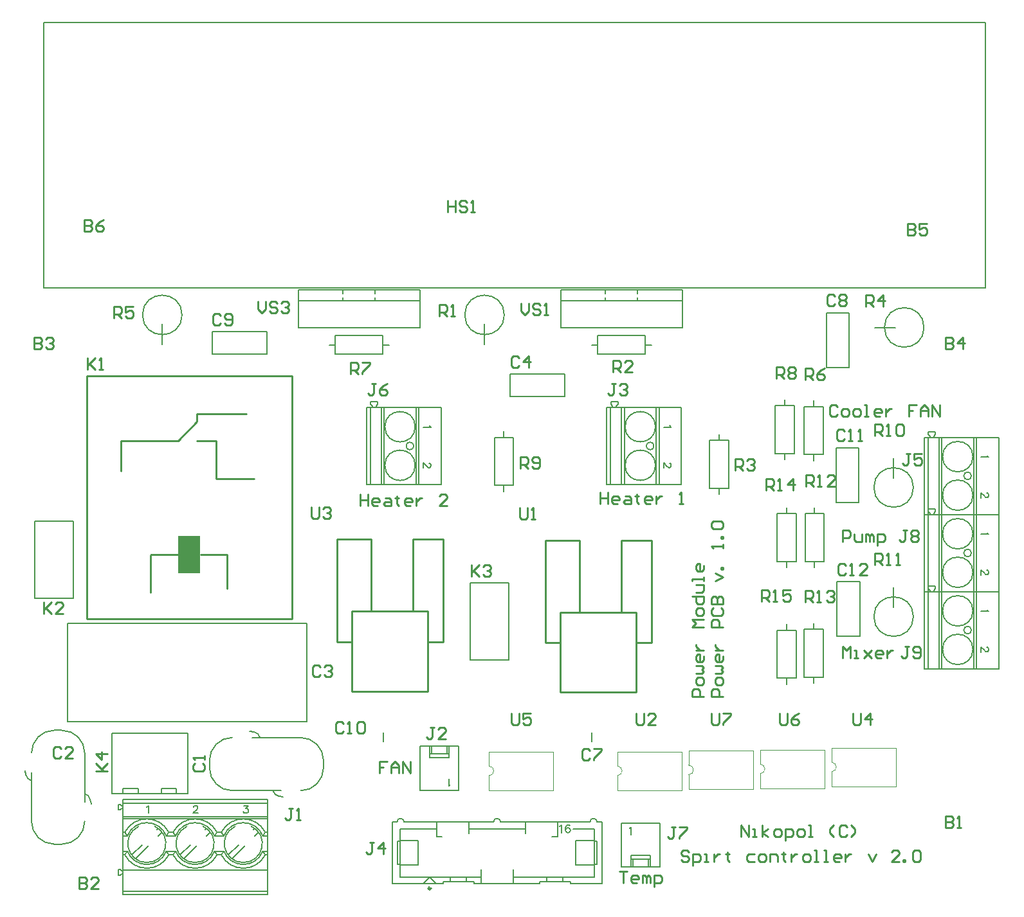
<source format=gto>
%FSLAX24Y24*%
%MOIN*%
G70*
G01*
G75*
G04 Layer_Color=65535*
%ADD10R,0.0413X0.0551*%
%ADD11C,0.0591*%
%ADD12C,0.1969*%
%ADD13C,0.0394*%
%ADD14C,0.0197*%
%ADD15C,0.0118*%
%ADD16C,0.2362*%
%ADD17C,0.1575*%
%ADD18C,0.0787*%
%ADD19C,0.1181*%
%ADD20C,0.0100*%
%ADD21C,0.2559*%
%ADD22C,0.0591*%
%ADD23C,0.1181*%
%ADD24C,0.0748*%
%ADD25C,0.0630*%
%ADD26C,0.1575*%
%ADD27C,0.0669*%
G04:AMPARAMS|DCode=28|XSize=59.1mil|YSize=59.1mil|CornerRadius=0mil|HoleSize=0mil|Usage=FLASHONLY|Rotation=90.000|XOffset=0mil|YOffset=0mil|HoleType=Round|Shape=Octagon|*
%AMOCTAGOND28*
4,1,8,0.0148,0.0295,-0.0148,0.0295,-0.0295,0.0148,-0.0295,-0.0148,-0.0148,-0.0295,0.0148,-0.0295,0.0295,-0.0148,0.0295,0.0148,0.0148,0.0295,0.0*
%
%ADD28OCTAGOND28*%

G04:AMPARAMS|DCode=29|XSize=118.1mil|YSize=118.1mil|CornerRadius=0mil|HoleSize=0mil|Usage=FLASHONLY|Rotation=0.000|XOffset=0mil|YOffset=0mil|HoleType=Round|Shape=Octagon|*
%AMOCTAGOND29*
4,1,8,0.0591,-0.0295,0.0591,0.0295,0.0295,0.0591,-0.0295,0.0591,-0.0591,0.0295,-0.0591,-0.0295,-0.0295,-0.0591,0.0295,-0.0591,0.0591,-0.0295,0.0*
%
%ADD29OCTAGOND29*%

%ADD30C,0.0709*%
%ADD31C,0.1969*%
%ADD32C,0.0984*%
%ADD33C,0.0600*%
G04:AMPARAMS|DCode=34|XSize=393.7mil|YSize=236.2mil|CornerRadius=82.7mil|HoleSize=0mil|Usage=FLASHONLY|Rotation=0.000|XOffset=0mil|YOffset=0mil|HoleType=Round|Shape=RoundedRectangle|*
%AMROUNDEDRECTD34*
21,1,0.3937,0.0709,0,0,0.0*
21,1,0.2283,0.2362,0,0,0.0*
1,1,0.1654,0.1142,-0.0354*
1,1,0.1654,-0.1142,-0.0354*
1,1,0.1654,-0.1142,0.0354*
1,1,0.1654,0.1142,0.0354*
%
%ADD34ROUNDEDRECTD34*%
%ADD35C,0.0500*%
%ADD36R,0.0551X0.0413*%
G04:AMPARAMS|DCode=37|XSize=55mil|YSize=60mil|CornerRadius=13.8mil|HoleSize=0mil|Usage=FLASHONLY|Rotation=180.000|XOffset=0mil|YOffset=0mil|HoleType=Round|Shape=RoundedRectangle|*
%AMROUNDEDRECTD37*
21,1,0.0550,0.0325,0,0,180.0*
21,1,0.0275,0.0600,0,0,180.0*
1,1,0.0275,-0.0138,0.0163*
1,1,0.0275,0.0138,0.0163*
1,1,0.0275,0.0138,-0.0163*
1,1,0.0275,-0.0138,-0.0163*
%
%ADD37ROUNDEDRECTD37*%
%ADD38R,0.0787X0.0472*%
%ADD39R,0.2205X0.2205*%
%ADD40C,0.0295*%
%ADD41C,0.0079*%
%ADD42C,0.0039*%
%ADD43C,0.0050*%
%ADD44C,0.0059*%
%ADD45R,0.1181X0.1969*%
D15*
X33109Y8300D02*
G03*
X33109Y8300I-59J0D01*
G01*
D20*
X20994Y32902D02*
X23553D01*
X20994Y32508D02*
Y32902D01*
X21978Y29556D02*
X23946D01*
X21978D02*
Y31524D01*
X20994D02*
X21978D01*
X20009D02*
X20994Y32508D01*
X19616Y31524D02*
X20009D01*
X17057Y29949D02*
Y31524D01*
X19616D01*
X15285Y22272D02*
Y34870D01*
X15285D02*
X25915D01*
Y22272D02*
Y34870D01*
X15285Y22272D02*
X25915D01*
X18592Y23650D02*
Y25579D01*
X18632Y25619D01*
X20009D01*
X21191D02*
X22569D01*
Y23847D02*
Y25619D01*
X32181Y26408D02*
X33756D01*
X28244D02*
X30016D01*
X28244Y21093D02*
Y26408D01*
Y21093D02*
X29032D01*
X32968D02*
X33756D01*
Y26408D01*
X30016Y22668D02*
Y26408D01*
X32181Y22668D02*
Y26408D01*
X29032Y18534D02*
Y22668D01*
X32968D01*
Y18534D02*
Y22668D01*
X29032Y18534D02*
X32968D01*
X42981Y26358D02*
X44556D01*
X39044D02*
X40816D01*
X39044Y21043D02*
Y26358D01*
Y21043D02*
X39832D01*
X43769D02*
X44556D01*
Y26358D01*
X40816Y22618D02*
Y26358D01*
X42981Y22618D02*
Y26358D01*
X39832Y18484D02*
Y22618D01*
X43769D01*
Y18484D02*
Y22618D01*
X39832Y18484D02*
X43769D01*
X34000Y44000D02*
Y43400D01*
Y43700D01*
X34400D01*
Y44000D01*
Y43400D01*
X35000Y43900D02*
X34900Y44000D01*
X34700D01*
X34600Y43900D01*
Y43800D01*
X34700Y43700D01*
X34900D01*
X35000Y43600D01*
Y43500D01*
X34900Y43400D01*
X34700D01*
X34600Y43500D01*
X35200Y43400D02*
X35400D01*
X35300D01*
Y44000D01*
X35200Y43900D01*
X26930Y28100D02*
Y27600D01*
X27030Y27500D01*
X27230D01*
X27330Y27600D01*
Y28100D01*
X27530Y28000D02*
X27630Y28100D01*
X27830D01*
X27930Y28000D01*
Y27900D01*
X27830Y27800D01*
X27730D01*
X27830D01*
X27930Y27700D01*
Y27600D01*
X27830Y27500D01*
X27630D01*
X27530Y27600D01*
X37730Y28050D02*
Y27550D01*
X37830Y27450D01*
X38030D01*
X38130Y27550D01*
Y28050D01*
X38330Y27450D02*
X38530D01*
X38430D01*
Y28050D01*
X38330Y27950D01*
X24150Y38750D02*
Y38350D01*
X24350Y38150D01*
X24550Y38350D01*
Y38750D01*
X25150Y38650D02*
X25050Y38750D01*
X24850D01*
X24750Y38650D01*
Y38550D01*
X24850Y38450D01*
X25050D01*
X25150Y38350D01*
Y38250D01*
X25050Y38150D01*
X24850D01*
X24750Y38250D01*
X25350Y38650D02*
X25450Y38750D01*
X25650D01*
X25749Y38650D01*
Y38550D01*
X25650Y38450D01*
X25550D01*
X25650D01*
X25749Y38350D01*
Y38250D01*
X25650Y38150D01*
X25450D01*
X25350Y38250D01*
X37800Y38650D02*
Y38250D01*
X38000Y38050D01*
X38200Y38250D01*
Y38650D01*
X38800Y38550D02*
X38700Y38650D01*
X38500D01*
X38400Y38550D01*
Y38450D01*
X38500Y38350D01*
X38700D01*
X38800Y38250D01*
Y38150D01*
X38700Y38050D01*
X38500D01*
X38400Y38150D01*
X39000Y38050D02*
X39200D01*
X39100D01*
Y38650D01*
X39000Y38550D01*
X47650Y17400D02*
Y16900D01*
X47750Y16800D01*
X47950D01*
X48050Y16900D01*
Y17400D01*
X48250D02*
X48650D01*
Y17300D01*
X48250Y16900D01*
Y16800D01*
X51200Y17400D02*
Y16900D01*
X51300Y16800D01*
X51500D01*
X51600Y16900D01*
Y17400D01*
X52200D02*
X52000Y17300D01*
X51800Y17100D01*
Y16900D01*
X51900Y16800D01*
X52100D01*
X52200Y16900D01*
Y17000D01*
X52100Y17100D01*
X51800D01*
X37300Y17400D02*
Y16900D01*
X37400Y16800D01*
X37600D01*
X37700Y16900D01*
Y17400D01*
X38300D02*
X37900D01*
Y17100D01*
X38100Y17200D01*
X38200D01*
X38300Y17100D01*
Y16900D01*
X38200Y16800D01*
X38000D01*
X37900Y16900D01*
X55000Y17400D02*
Y16900D01*
X55100Y16800D01*
X55300D01*
X55400Y16900D01*
Y17400D01*
X55900Y16800D02*
Y17400D01*
X55600Y17100D01*
X56000D01*
X43750Y17400D02*
Y16900D01*
X43850Y16800D01*
X44050D01*
X44150Y16900D01*
Y17400D01*
X44750Y16800D02*
X44350D01*
X44750Y17200D01*
Y17300D01*
X44650Y17400D01*
X44450D01*
X44350Y17300D01*
X50250Y23200D02*
Y23800D01*
X50550D01*
X50650Y23700D01*
Y23500D01*
X50550Y23400D01*
X50250D01*
X50450D02*
X50650Y23200D01*
X50850D02*
X51050D01*
X50950D01*
Y23800D01*
X50850Y23700D01*
X51750Y23800D02*
X51350D01*
Y23500D01*
X51550Y23600D01*
X51650D01*
X51750Y23500D01*
Y23300D01*
X51650Y23200D01*
X51450D01*
X51350Y23300D01*
X50500Y28950D02*
Y29550D01*
X50800D01*
X50900Y29450D01*
Y29250D01*
X50800Y29150D01*
X50500D01*
X50700D02*
X50900Y28950D01*
X51100D02*
X51300D01*
X51200D01*
Y29550D01*
X51100Y29450D01*
X51900Y28950D02*
Y29550D01*
X51600Y29250D01*
X52000D01*
X52520Y23150D02*
Y23750D01*
X52820D01*
X52920Y23650D01*
Y23450D01*
X52820Y23350D01*
X52520D01*
X52720D02*
X52920Y23150D01*
X53120D02*
X53320D01*
X53220D01*
Y23750D01*
X53120Y23650D01*
X53620D02*
X53720Y23750D01*
X53920D01*
X54020Y23650D01*
Y23550D01*
X53920Y23450D01*
X53820D01*
X53920D01*
X54020Y23350D01*
Y23250D01*
X53920Y23150D01*
X53720D01*
X53620Y23250D01*
X52570Y29150D02*
Y29750D01*
X52870D01*
X52970Y29650D01*
Y29450D01*
X52870Y29350D01*
X52570D01*
X52770D02*
X52970Y29150D01*
X53170D02*
X53370D01*
X53270D01*
Y29750D01*
X53170Y29650D01*
X54070Y29150D02*
X53670D01*
X54070Y29550D01*
Y29650D01*
X53970Y29750D01*
X53770D01*
X53670Y29650D01*
X56140Y25070D02*
Y25670D01*
X56440D01*
X56540Y25570D01*
Y25370D01*
X56440Y25270D01*
X56140D01*
X56340D02*
X56540Y25070D01*
X56740D02*
X56940D01*
X56840D01*
Y25670D01*
X56740Y25570D01*
X57240Y25070D02*
X57440D01*
X57340D01*
Y25670D01*
X57240Y25570D01*
X56140Y31770D02*
Y32370D01*
X56440D01*
X56540Y32270D01*
Y32070D01*
X56440Y31970D01*
X56140D01*
X56340D02*
X56540Y31770D01*
X56740D02*
X56940D01*
X56840D01*
Y32370D01*
X56740Y32270D01*
X57240D02*
X57340Y32370D01*
X57540D01*
X57640Y32270D01*
Y31870D01*
X57540Y31770D01*
X57340D01*
X57240Y31870D01*
Y32270D01*
X37750Y30100D02*
Y30700D01*
X38050D01*
X38150Y30600D01*
Y30400D01*
X38050Y30300D01*
X37750D01*
X37950D02*
X38150Y30100D01*
X38350Y30200D02*
X38450Y30100D01*
X38650D01*
X38750Y30200D01*
Y30600D01*
X38650Y30700D01*
X38450D01*
X38350Y30600D01*
Y30500D01*
X38450Y30400D01*
X38750D01*
X51020Y34750D02*
Y35350D01*
X51320D01*
X51420Y35250D01*
Y35050D01*
X51320Y34950D01*
X51020D01*
X51220D02*
X51420Y34750D01*
X51620Y35250D02*
X51720Y35350D01*
X51920D01*
X52020Y35250D01*
Y35150D01*
X51920Y35050D01*
X52020Y34950D01*
Y34850D01*
X51920Y34750D01*
X51720D01*
X51620Y34850D01*
Y34950D01*
X51720Y35050D01*
X51620Y35150D01*
Y35250D01*
X51720Y35050D02*
X51920D01*
X28950Y35000D02*
Y35600D01*
X29250D01*
X29350Y35500D01*
Y35300D01*
X29250Y35200D01*
X28950D01*
X29150D02*
X29350Y35000D01*
X29550Y35600D02*
X29950D01*
Y35500D01*
X29550Y35100D01*
Y35000D01*
X52520Y34700D02*
Y35300D01*
X52820D01*
X52920Y35200D01*
Y35000D01*
X52820Y34900D01*
X52520D01*
X52720D02*
X52920Y34700D01*
X53520Y35300D02*
X53320Y35200D01*
X53120Y35000D01*
Y34800D01*
X53220Y34700D01*
X53420D01*
X53520Y34800D01*
Y34900D01*
X53420Y35000D01*
X53120D01*
X16700Y37900D02*
Y38500D01*
X17000D01*
X17100Y38400D01*
Y38200D01*
X17000Y38100D01*
X16700D01*
X16900D02*
X17100Y37900D01*
X17700Y38500D02*
X17300D01*
Y38200D01*
X17500Y38300D01*
X17600D01*
X17700Y38200D01*
Y38000D01*
X17600Y37900D01*
X17400D01*
X17300Y38000D01*
X55650Y38500D02*
Y39100D01*
X55950D01*
X56050Y39000D01*
Y38800D01*
X55950Y38700D01*
X55650D01*
X55850D02*
X56050Y38500D01*
X56550D02*
Y39100D01*
X56250Y38800D01*
X56650D01*
X48900Y30000D02*
Y30600D01*
X49200D01*
X49300Y30500D01*
Y30300D01*
X49200Y30200D01*
X48900D01*
X49100D02*
X49300Y30000D01*
X49500Y30500D02*
X49600Y30600D01*
X49800D01*
X49900Y30500D01*
Y30400D01*
X49800Y30300D01*
X49700D01*
X49800D01*
X49900Y30200D01*
Y30100D01*
X49800Y30000D01*
X49600D01*
X49500Y30100D01*
X42550Y35100D02*
Y35700D01*
X42850D01*
X42950Y35600D01*
Y35400D01*
X42850Y35300D01*
X42550D01*
X42750D02*
X42950Y35100D01*
X43550D02*
X43150D01*
X43550Y35500D01*
Y35600D01*
X43450Y35700D01*
X43250D01*
X43150Y35600D01*
X33550Y38000D02*
Y38600D01*
X33850D01*
X33950Y38500D01*
Y38300D01*
X33850Y38200D01*
X33550D01*
X33750D02*
X33950Y38000D01*
X34150D02*
X34350D01*
X34250D01*
Y38600D01*
X34150Y38500D01*
X15750Y14400D02*
X16350D01*
X16150D01*
X15750Y14800D01*
X16050Y14500D01*
X16350Y14800D01*
Y15300D02*
X15750D01*
X16050Y15000D01*
Y15400D01*
X35220Y25080D02*
Y24480D01*
Y24680D01*
X35620Y25080D01*
X35320Y24780D01*
X35620Y24480D01*
X35820Y24980D02*
X35920Y25080D01*
X36120D01*
X36220Y24980D01*
Y24880D01*
X36120Y24780D01*
X36020D01*
X36120D01*
X36220Y24680D01*
Y24580D01*
X36120Y24480D01*
X35920D01*
X35820Y24580D01*
X13050Y23150D02*
Y22550D01*
Y22750D01*
X13450Y23150D01*
X13150Y22850D01*
X13450Y22550D01*
X14050D02*
X13650D01*
X14050Y22950D01*
Y23050D01*
X13950Y23150D01*
X13750D01*
X13650Y23050D01*
X15340Y35820D02*
Y35220D01*
Y35420D01*
X15740Y35820D01*
X15440Y35520D01*
X15740Y35220D01*
X15940D02*
X16140D01*
X16040D01*
Y35820D01*
X15940Y35720D01*
X57900Y20850D02*
X57700D01*
X57800D01*
Y20350D01*
X57700Y20250D01*
X57600D01*
X57500Y20350D01*
X58100D02*
X58200Y20250D01*
X58400D01*
X58500Y20350D01*
Y20750D01*
X58400Y20850D01*
X58200D01*
X58100Y20750D01*
Y20650D01*
X58200Y20550D01*
X58500D01*
X57800Y26900D02*
X57600D01*
X57700D01*
Y26400D01*
X57600Y26300D01*
X57500D01*
X57400Y26400D01*
X58000Y26800D02*
X58100Y26900D01*
X58300D01*
X58400Y26800D01*
Y26700D01*
X58300Y26600D01*
X58400Y26500D01*
Y26400D01*
X58300Y26300D01*
X58100D01*
X58000Y26400D01*
Y26500D01*
X58100Y26600D01*
X58000Y26700D01*
Y26800D01*
X58100Y26600D02*
X58300D01*
X45800Y11500D02*
X45600D01*
X45700D01*
Y11000D01*
X45600Y10900D01*
X45500D01*
X45400Y11000D01*
X46000Y11500D02*
X46400D01*
Y11400D01*
X46000Y11000D01*
Y10900D01*
X30250Y34480D02*
X30050D01*
X30150D01*
Y33980D01*
X30050Y33880D01*
X29950D01*
X29850Y33980D01*
X30850Y34480D02*
X30650Y34380D01*
X30450Y34180D01*
Y33980D01*
X30550Y33880D01*
X30750D01*
X30850Y33980D01*
Y34080D01*
X30750Y34180D01*
X30450D01*
X57950Y30850D02*
X57750D01*
X57850D01*
Y30350D01*
X57750Y30250D01*
X57650D01*
X57550Y30350D01*
X58550Y30850D02*
X58150D01*
Y30550D01*
X58350Y30650D01*
X58450D01*
X58550Y30550D01*
Y30350D01*
X58450Y30250D01*
X58250D01*
X58150Y30350D01*
X30150Y10700D02*
X29950D01*
X30050D01*
Y10200D01*
X29950Y10100D01*
X29850D01*
X29750Y10200D01*
X30650Y10100D02*
Y10700D01*
X30350Y10400D01*
X30750D01*
X42700Y34480D02*
X42500D01*
X42600D01*
Y33980D01*
X42500Y33880D01*
X42400D01*
X42300Y33980D01*
X42900Y34380D02*
X43000Y34480D01*
X43200D01*
X43300Y34380D01*
Y34280D01*
X43200Y34180D01*
X43100D01*
X43200D01*
X43300Y34080D01*
Y33980D01*
X43200Y33880D01*
X43000D01*
X42900Y33980D01*
X33300Y16650D02*
X33100D01*
X33200D01*
Y16150D01*
X33100Y16050D01*
X33000D01*
X32900Y16150D01*
X33900Y16050D02*
X33500D01*
X33900Y16450D01*
Y16550D01*
X33800Y16650D01*
X33600D01*
X33500Y16550D01*
X25950Y12450D02*
X25750D01*
X25850D01*
Y11950D01*
X25750Y11850D01*
X25650D01*
X25550Y11950D01*
X26150Y11850D02*
X26350D01*
X26250D01*
Y12450D01*
X26150Y12350D01*
X54620Y25060D02*
X54520Y25160D01*
X54320D01*
X54220Y25060D01*
Y24660D01*
X54320Y24560D01*
X54520D01*
X54620Y24660D01*
X54820Y24560D02*
X55020D01*
X54920D01*
Y25160D01*
X54820Y25060D01*
X55720Y24560D02*
X55320D01*
X55720Y24960D01*
Y25060D01*
X55620Y25160D01*
X55420D01*
X55320Y25060D01*
X54570Y32010D02*
X54470Y32110D01*
X54270D01*
X54170Y32010D01*
Y31610D01*
X54270Y31510D01*
X54470D01*
X54570Y31610D01*
X54770Y31510D02*
X54970D01*
X54870D01*
Y32110D01*
X54770Y32010D01*
X55270Y31510D02*
X55470D01*
X55370D01*
Y32110D01*
X55270Y32010D01*
X28600Y16850D02*
X28500Y16950D01*
X28300D01*
X28200Y16850D01*
Y16450D01*
X28300Y16350D01*
X28500D01*
X28600Y16450D01*
X28800Y16350D02*
X29000D01*
X28900D01*
Y16950D01*
X28800Y16850D01*
X29300D02*
X29400Y16950D01*
X29600D01*
X29700Y16850D01*
Y16450D01*
X29600Y16350D01*
X29400D01*
X29300Y16450D01*
Y16850D01*
X22240Y38030D02*
X22140Y38130D01*
X21940D01*
X21840Y38030D01*
Y37630D01*
X21940Y37530D01*
X22140D01*
X22240Y37630D01*
X22440D02*
X22540Y37530D01*
X22740D01*
X22840Y37630D01*
Y38030D01*
X22740Y38130D01*
X22540D01*
X22440Y38030D01*
Y37930D01*
X22540Y37830D01*
X22840D01*
X54070Y39010D02*
X53970Y39110D01*
X53770D01*
X53670Y39010D01*
Y38610D01*
X53770Y38510D01*
X53970D01*
X54070Y38610D01*
X54270Y39010D02*
X54370Y39110D01*
X54570D01*
X54670Y39010D01*
Y38910D01*
X54570Y38810D01*
X54670Y38710D01*
Y38610D01*
X54570Y38510D01*
X54370D01*
X54270Y38610D01*
Y38710D01*
X54370Y38810D01*
X54270Y38910D01*
Y39010D01*
X54370Y38810D02*
X54570D01*
X41350Y15450D02*
X41250Y15550D01*
X41050D01*
X40950Y15450D01*
Y15050D01*
X41050Y14950D01*
X41250D01*
X41350Y15050D01*
X41550Y15550D02*
X41950D01*
Y15450D01*
X41550Y15050D01*
Y14950D01*
X37690Y35830D02*
X37590Y35930D01*
X37390D01*
X37290Y35830D01*
Y35430D01*
X37390Y35330D01*
X37590D01*
X37690Y35430D01*
X38190Y35330D02*
Y35930D01*
X37890Y35630D01*
X38290D01*
X27400Y19800D02*
X27300Y19900D01*
X27100D01*
X27000Y19800D01*
Y19400D01*
X27100Y19300D01*
X27300D01*
X27400Y19400D01*
X27600Y19800D02*
X27700Y19900D01*
X27900D01*
X28000Y19800D01*
Y19700D01*
X27900Y19600D01*
X27800D01*
X27900D01*
X28000Y19500D01*
Y19400D01*
X27900Y19300D01*
X27700D01*
X27600Y19400D01*
X13950Y15550D02*
X13850Y15650D01*
X13650D01*
X13550Y15550D01*
Y15150D01*
X13650Y15050D01*
X13850D01*
X13950Y15150D01*
X14550Y15050D02*
X14150D01*
X14550Y15450D01*
Y15550D01*
X14450Y15650D01*
X14250D01*
X14150Y15550D01*
X20900Y14800D02*
X20800Y14700D01*
Y14500D01*
X20900Y14400D01*
X21300D01*
X21400Y14500D01*
Y14700D01*
X21300Y14800D01*
X21400Y15000D02*
Y15200D01*
Y15100D01*
X20800D01*
X20900Y15000D01*
X59800Y12060D02*
Y11460D01*
X60100D01*
X60200Y11560D01*
Y11660D01*
X60100Y11760D01*
X59800D01*
X60100D01*
X60200Y11860D01*
Y11960D01*
X60100Y12060D01*
X59800D01*
X60400Y11460D02*
X60600D01*
X60500D01*
Y12060D01*
X60400Y11960D01*
X14900Y8900D02*
Y8300D01*
X15200D01*
X15300Y8400D01*
Y8500D01*
X15200Y8600D01*
X14900D01*
X15200D01*
X15300Y8700D01*
Y8800D01*
X15200Y8900D01*
X14900D01*
X15900Y8300D02*
X15500D01*
X15900Y8700D01*
Y8800D01*
X15800Y8900D01*
X15600D01*
X15500Y8800D01*
X12560Y36870D02*
Y36270D01*
X12860D01*
X12960Y36370D01*
Y36470D01*
X12860Y36570D01*
X12560D01*
X12860D01*
X12960Y36670D01*
Y36770D01*
X12860Y36870D01*
X12560D01*
X13160Y36770D02*
X13260Y36870D01*
X13460D01*
X13560Y36770D01*
Y36670D01*
X13460Y36570D01*
X13360D01*
X13460D01*
X13560Y36470D01*
Y36370D01*
X13460Y36270D01*
X13260D01*
X13160Y36370D01*
X59800Y36870D02*
Y36270D01*
X60100D01*
X60200Y36370D01*
Y36470D01*
X60100Y36570D01*
X59800D01*
X60100D01*
X60200Y36670D01*
Y36770D01*
X60100Y36870D01*
X59800D01*
X60700Y36270D02*
Y36870D01*
X60400Y36570D01*
X60800D01*
X57840Y42770D02*
Y42170D01*
X58140D01*
X58240Y42270D01*
Y42370D01*
X58140Y42470D01*
X57840D01*
X58140D01*
X58240Y42570D01*
Y42670D01*
X58140Y42770D01*
X57840D01*
X58840D02*
X58440D01*
Y42470D01*
X58640Y42570D01*
X58740D01*
X58840Y42470D01*
Y42270D01*
X58740Y42170D01*
X58540D01*
X58440Y42270D01*
X15150Y43000D02*
Y42400D01*
X15450D01*
X15550Y42500D01*
Y42600D01*
X15450Y42700D01*
X15150D01*
X15450D01*
X15550Y42800D01*
Y42900D01*
X15450Y43000D01*
X15150D01*
X16150D02*
X15950Y42900D01*
X15750Y42700D01*
Y42500D01*
X15850Y42400D01*
X16050D01*
X16150Y42500D01*
Y42600D01*
X16050Y42700D01*
X15750D01*
X54450Y20250D02*
Y20850D01*
X54650Y20650D01*
X54850Y20850D01*
Y20250D01*
X55050D02*
X55250D01*
X55150D01*
Y20650D01*
X55050D01*
X55550D02*
X55950Y20250D01*
X55750Y20450D01*
X55950Y20650D01*
X55550Y20250D01*
X56449D02*
X56249D01*
X56149Y20350D01*
Y20550D01*
X56249Y20650D01*
X56449D01*
X56549Y20550D01*
Y20450D01*
X56149D01*
X56749Y20650D02*
Y20250D01*
Y20450D01*
X56849Y20550D01*
X56949Y20650D01*
X57049D01*
X54450Y26300D02*
Y26900D01*
X54750D01*
X54850Y26800D01*
Y26600D01*
X54750Y26500D01*
X54450D01*
X55050Y26700D02*
Y26400D01*
X55150Y26300D01*
X55450D01*
Y26700D01*
X55650Y26300D02*
Y26700D01*
X55750D01*
X55850Y26600D01*
Y26300D01*
Y26600D01*
X55950Y26700D01*
X56049Y26600D01*
Y26300D01*
X56249Y26100D02*
Y26700D01*
X56549D01*
X56649Y26600D01*
Y26400D01*
X56549Y26300D01*
X56249D01*
X54200Y33300D02*
X54100Y33400D01*
X53900D01*
X53800Y33300D01*
Y32900D01*
X53900Y32800D01*
X54100D01*
X54200Y32900D01*
X54500Y32800D02*
X54700D01*
X54800Y32900D01*
Y33100D01*
X54700Y33200D01*
X54500D01*
X54400Y33100D01*
Y32900D01*
X54500Y32800D01*
X55100D02*
X55300D01*
X55399Y32900D01*
Y33100D01*
X55300Y33200D01*
X55100D01*
X55000Y33100D01*
Y32900D01*
X55100Y32800D01*
X55599D02*
X55799D01*
X55699D01*
Y33400D01*
X55599D01*
X56399Y32800D02*
X56199D01*
X56099Y32900D01*
Y33100D01*
X56199Y33200D01*
X56399D01*
X56499Y33100D01*
Y33000D01*
X56099D01*
X56699Y33200D02*
Y32800D01*
Y33000D01*
X56799Y33100D01*
X56899Y33200D01*
X56999D01*
X58299Y33400D02*
X57899D01*
Y33100D01*
X58099D01*
X57899D01*
Y32800D01*
X58498D02*
Y33200D01*
X58698Y33400D01*
X58898Y33200D01*
Y32800D01*
Y33100D01*
X58498D01*
X59098Y32800D02*
Y33400D01*
X59498Y32800D01*
Y33400D01*
X41900Y28850D02*
Y28250D01*
Y28550D01*
X42300D01*
Y28850D01*
Y28250D01*
X42800D02*
X42600D01*
X42500Y28350D01*
Y28550D01*
X42600Y28650D01*
X42800D01*
X42900Y28550D01*
Y28450D01*
X42500D01*
X43200Y28650D02*
X43400D01*
X43499Y28550D01*
Y28250D01*
X43200D01*
X43100Y28350D01*
X43200Y28450D01*
X43499D01*
X43799Y28750D02*
Y28650D01*
X43699D01*
X43899D01*
X43799D01*
Y28350D01*
X43899Y28250D01*
X44499D02*
X44299D01*
X44199Y28350D01*
Y28550D01*
X44299Y28650D01*
X44499D01*
X44599Y28550D01*
Y28450D01*
X44199D01*
X44799Y28650D02*
Y28250D01*
Y28450D01*
X44899Y28550D01*
X44999Y28650D01*
X45099D01*
X45999Y28250D02*
X46199D01*
X46099D01*
Y28850D01*
X45999Y28750D01*
X29450Y28750D02*
Y28150D01*
Y28450D01*
X29850D01*
Y28750D01*
Y28150D01*
X30350D02*
X30150D01*
X30050Y28250D01*
Y28450D01*
X30150Y28550D01*
X30350D01*
X30450Y28450D01*
Y28350D01*
X30050D01*
X30750Y28550D02*
X30950D01*
X31049Y28450D01*
Y28150D01*
X30750D01*
X30650Y28250D01*
X30750Y28350D01*
X31049D01*
X31349Y28650D02*
Y28550D01*
X31249D01*
X31449D01*
X31349D01*
Y28250D01*
X31449Y28150D01*
X32049D02*
X31849D01*
X31749Y28250D01*
Y28450D01*
X31849Y28550D01*
X32049D01*
X32149Y28450D01*
Y28350D01*
X31749D01*
X32349Y28550D02*
Y28150D01*
Y28350D01*
X32449Y28450D01*
X32549Y28550D01*
X32649D01*
X33949Y28150D02*
X33549D01*
X33949Y28550D01*
Y28650D01*
X33849Y28750D01*
X33649D01*
X33549Y28650D01*
X42900Y9200D02*
X43300D01*
X43100D01*
Y8600D01*
X43800D02*
X43600D01*
X43500Y8700D01*
Y8900D01*
X43600Y9000D01*
X43800D01*
X43900Y8900D01*
Y8800D01*
X43500D01*
X44100Y8600D02*
Y9000D01*
X44200D01*
X44300Y8900D01*
Y8600D01*
Y8900D01*
X44400Y9000D01*
X44499Y8900D01*
Y8600D01*
X44699Y8400D02*
Y9000D01*
X44999D01*
X45099Y8900D01*
Y8700D01*
X44999Y8600D01*
X44699D01*
X30850Y14900D02*
X30450D01*
Y14600D01*
X30650D01*
X30450D01*
Y14300D01*
X31050D02*
Y14700D01*
X31250Y14900D01*
X31450Y14700D01*
Y14300D01*
Y14600D01*
X31050D01*
X31650Y14300D02*
Y14900D01*
X32049Y14300D01*
Y14900D01*
X48250Y18250D02*
X47650D01*
Y18550D01*
X47750Y18650D01*
X47950D01*
X48050Y18550D01*
Y18250D01*
X48250Y18950D02*
Y19150D01*
X48150Y19250D01*
X47950D01*
X47850Y19150D01*
Y18950D01*
X47950Y18850D01*
X48150D01*
X48250Y18950D01*
X47850Y19450D02*
X48150D01*
X48250Y19550D01*
X48150Y19650D01*
X48250Y19750D01*
X48150Y19849D01*
X47850D01*
X48250Y20349D02*
Y20149D01*
X48150Y20049D01*
X47950D01*
X47850Y20149D01*
Y20349D01*
X47950Y20449D01*
X48050D01*
Y20049D01*
X47850Y20649D02*
X48250D01*
X48050D01*
X47950Y20749D01*
X47850Y20849D01*
Y20949D01*
X48250Y21849D02*
X47650D01*
Y22149D01*
X47750Y22249D01*
X47950D01*
X48050Y22149D01*
Y21849D01*
X47750Y22849D02*
X47650Y22749D01*
Y22549D01*
X47750Y22449D01*
X48150D01*
X48250Y22549D01*
Y22749D01*
X48150Y22849D01*
X47650Y23048D02*
X48250D01*
Y23348D01*
X48150Y23448D01*
X48050D01*
X47950Y23348D01*
Y23048D01*
Y23348D01*
X47850Y23448D01*
X47750D01*
X47650Y23348D01*
Y23048D01*
X47850Y24248D02*
X48250Y24448D01*
X47850Y24648D01*
X48250Y24848D02*
X48150D01*
Y24948D01*
X48250D01*
Y24848D01*
Y25948D02*
Y26147D01*
Y26047D01*
X47650D01*
X47750Y25948D01*
X48250Y26447D02*
X48150D01*
Y26547D01*
X48250D01*
Y26447D01*
X47750Y26947D02*
X47650Y27047D01*
Y27247D01*
X47750Y27347D01*
X48150D01*
X48250Y27247D01*
Y27047D01*
X48150Y26947D01*
X47750D01*
X47250Y18250D02*
X46650D01*
Y18550D01*
X46750Y18650D01*
X46950D01*
X47050Y18550D01*
Y18250D01*
X47250Y18950D02*
Y19150D01*
X47150Y19250D01*
X46950D01*
X46850Y19150D01*
Y18950D01*
X46950Y18850D01*
X47150D01*
X47250Y18950D01*
X46850Y19450D02*
X47150D01*
X47250Y19550D01*
X47150Y19650D01*
X47250Y19750D01*
X47150Y19849D01*
X46850D01*
X47250Y20349D02*
Y20149D01*
X47150Y20049D01*
X46950D01*
X46850Y20149D01*
Y20349D01*
X46950Y20449D01*
X47050D01*
Y20049D01*
X46850Y20649D02*
X47250D01*
X47050D01*
X46950Y20749D01*
X46850Y20849D01*
Y20949D01*
X47250Y21849D02*
X46650D01*
X46850Y22049D01*
X46650Y22249D01*
X47250D01*
Y22549D02*
Y22749D01*
X47150Y22849D01*
X46950D01*
X46850Y22749D01*
Y22549D01*
X46950Y22449D01*
X47150D01*
X47250Y22549D01*
X46650Y23448D02*
X47250D01*
Y23148D01*
X47150Y23048D01*
X46950D01*
X46850Y23148D01*
Y23448D01*
Y23648D02*
X47150D01*
X47250Y23748D01*
Y24048D01*
X46850D01*
X47250Y24248D02*
Y24448D01*
Y24348D01*
X46650D01*
Y24248D01*
X47250Y25048D02*
Y24848D01*
X47150Y24748D01*
X46950D01*
X46850Y24848D01*
Y25048D01*
X46950Y25148D01*
X47050D01*
Y24748D01*
X49200Y11000D02*
Y11600D01*
X49600Y11000D01*
Y11600D01*
X49800Y11000D02*
X50000D01*
X49900D01*
Y11400D01*
X49800D01*
X50300Y11000D02*
Y11600D01*
Y11200D02*
X50600Y11400D01*
X50300Y11200D02*
X50600Y11000D01*
X50999D02*
X51199D01*
X51299Y11100D01*
Y11300D01*
X51199Y11400D01*
X50999D01*
X50899Y11300D01*
Y11100D01*
X50999Y11000D01*
X51499Y10800D02*
Y11400D01*
X51799D01*
X51899Y11300D01*
Y11100D01*
X51799Y11000D01*
X51499D01*
X52199D02*
X52399D01*
X52499Y11100D01*
Y11300D01*
X52399Y11400D01*
X52199D01*
X52099Y11300D01*
Y11100D01*
X52199Y11000D01*
X52699D02*
X52899D01*
X52799D01*
Y11600D01*
X52699D01*
X53998Y11000D02*
X53799Y11200D01*
Y11400D01*
X53998Y11600D01*
X54698Y11500D02*
X54598Y11600D01*
X54398D01*
X54298Y11500D01*
Y11100D01*
X54398Y11000D01*
X54598D01*
X54698Y11100D01*
X54898Y11000D02*
X55098Y11200D01*
Y11400D01*
X54898Y11600D01*
X46500Y10200D02*
X46400Y10300D01*
X46200D01*
X46100Y10200D01*
Y10100D01*
X46200Y10000D01*
X46400D01*
X46500Y9900D01*
Y9800D01*
X46400Y9700D01*
X46200D01*
X46100Y9800D01*
X46700Y9500D02*
Y10100D01*
X47000D01*
X47100Y10000D01*
Y9800D01*
X47000Y9700D01*
X46700D01*
X47300D02*
X47500D01*
X47400D01*
Y10100D01*
X47300D01*
X47799D02*
Y9700D01*
Y9900D01*
X47899Y10000D01*
X47999Y10100D01*
X48099D01*
X48499Y10200D02*
Y10100D01*
X48399D01*
X48599D01*
X48499D01*
Y9800D01*
X48599Y9700D01*
X49899Y10100D02*
X49599D01*
X49499Y10000D01*
Y9800D01*
X49599Y9700D01*
X49899D01*
X50199D02*
X50399D01*
X50499Y9800D01*
Y10000D01*
X50399Y10100D01*
X50199D01*
X50099Y10000D01*
Y9800D01*
X50199Y9700D01*
X50699D02*
Y10100D01*
X50998D01*
X51098Y10000D01*
Y9700D01*
X51398Y10200D02*
Y10100D01*
X51298D01*
X51498D01*
X51398D01*
Y9800D01*
X51498Y9700D01*
X51798Y10100D02*
Y9700D01*
Y9900D01*
X51898Y10000D01*
X51998Y10100D01*
X52098D01*
X52498Y9700D02*
X52698D01*
X52798Y9800D01*
Y10000D01*
X52698Y10100D01*
X52498D01*
X52398Y10000D01*
Y9800D01*
X52498Y9700D01*
X52998D02*
X53198D01*
X53098D01*
Y10300D01*
X52998D01*
X53498Y9700D02*
X53698D01*
X53598D01*
Y10300D01*
X53498D01*
X54297Y9700D02*
X54097D01*
X53997Y9800D01*
Y10000D01*
X54097Y10100D01*
X54297D01*
X54397Y10000D01*
Y9900D01*
X53997D01*
X54597Y10100D02*
Y9700D01*
Y9900D01*
X54697Y10000D01*
X54797Y10100D01*
X54897D01*
X55797D02*
X55997Y9700D01*
X56197Y10100D01*
X57396Y9700D02*
X56996D01*
X57396Y10100D01*
Y10200D01*
X57296Y10300D01*
X57096D01*
X56996Y10200D01*
X57596Y9700D02*
Y9800D01*
X57696D01*
Y9700D01*
X57596D01*
X58096Y10200D02*
X58196Y10300D01*
X58396D01*
X58496Y10200D01*
Y9800D01*
X58396Y9700D01*
X58196D01*
X58096Y9800D01*
Y10200D01*
D41*
X17985Y11520D02*
G03*
X18815Y11520I415J-892D01*
G01*
X20485D02*
G03*
X21315Y11520I415J-892D01*
G01*
X22985D02*
G03*
X23815Y11520I415J-892D01*
G01*
X19409Y11021D02*
G03*
X17391Y11021I-1009J-394D01*
G01*
X21909D02*
G03*
X19891Y11021I-1009J-394D01*
G01*
X24409D02*
G03*
X22391Y11021I-1009J-394D01*
G01*
X24535Y11218D02*
G03*
X22265Y11218I-1135J-591D01*
G01*
X22035D02*
G03*
X19765Y11218I-1135J-591D01*
G01*
X19535D02*
G03*
X17265Y11218I-1135J-591D01*
G01*
X17391Y10234D02*
G03*
X19409Y10234I1009J394D01*
G01*
X19891D02*
G03*
X21909Y10234I1009J394D01*
G01*
X22391D02*
G03*
X24409Y10234I1009J394D01*
G01*
X22265Y10037D02*
G03*
X24535Y10037I1135J591D01*
G01*
X19765D02*
G03*
X22035Y10037I1135J591D01*
G01*
X17265D02*
G03*
X19535Y10037I1135J591D01*
G01*
X44759Y30250D02*
G03*
X44759Y30250I-787J0D01*
G01*
Y32250D02*
G03*
X44759Y32250I-787J0D01*
G01*
X44680Y31250D02*
G03*
X44680Y31250I-197J0D01*
G01*
X31730Y11750D02*
G03*
X31370Y11750I-180J0D01*
G01*
X36730D02*
G03*
X36370Y11750I-180J0D01*
G01*
X41730D02*
G03*
X41370Y11750I-180J0D01*
G01*
X61209Y28700D02*
G03*
X61209Y28700I-787J0D01*
G01*
Y30700D02*
G03*
X61209Y30700I-787J0D01*
G01*
X61130Y29700D02*
G03*
X61130Y29700I-197J0D01*
G01*
X32309Y30250D02*
G03*
X32309Y30250I-787J0D01*
G01*
Y32250D02*
G03*
X32309Y32250I-787J0D01*
G01*
X32230Y31250D02*
G03*
X32230Y31250I-197J0D01*
G01*
X61209Y24700D02*
G03*
X61209Y24700I-787J0D01*
G01*
Y26700D02*
G03*
X61209Y26700I-787J0D01*
G01*
X61130Y25700D02*
G03*
X61130Y25700I-197J0D01*
G01*
X61209Y20700D02*
G03*
X61209Y20700I-787J0D01*
G01*
Y22700D02*
G03*
X61209Y22700I-787J0D01*
G01*
X61130Y21700D02*
G03*
X61130Y21700I-197J0D01*
G01*
X36924Y38050D02*
G03*
X36924Y38050I-1024J0D01*
G01*
X58674Y37400D02*
G03*
X58674Y37400I-1024J0D01*
G01*
X20224Y38050D02*
G03*
X20224Y38050I-1024J0D01*
G01*
X58124Y29100D02*
G03*
X58124Y29100I-1024J0D01*
G01*
Y22400D02*
G03*
X58124Y22400I-1024J0D01*
G01*
X13603Y16503D02*
G03*
X12422Y15326I0J-1181D01*
G01*
X15178Y15322D02*
G03*
X13997Y16503I-1181J0D01*
G01*
X12422Y11778D02*
G03*
X13603Y10597I1181J0D01*
G01*
X13997Y10597D02*
G03*
X15178Y11774I0J1181D01*
G01*
X12130Y14205D02*
G03*
X12422Y13884I389J61D01*
G01*
X15469Y12902D02*
G03*
X15178Y13216I-388J-68D01*
G01*
X22824Y16128D02*
G03*
X21647Y14947I4J-1181D01*
G01*
X21647Y14553D02*
G03*
X22828Y13372I1181J0D01*
G01*
X27553Y14947D02*
G03*
X26372Y16128I-1181J0D01*
G01*
X26376Y13372D02*
G03*
X27553Y14553I-4J1181D01*
G01*
X24266Y16128D02*
G03*
X23945Y16420I-382J-97D01*
G01*
X24934Y13372D02*
G03*
X25248Y13081I382J97D01*
G01*
X41450Y15924D02*
Y16376D01*
X54791Y35333D02*
Y38167D01*
X53609Y35333D02*
Y38167D01*
Y35333D02*
X54791D01*
X53609Y38167D02*
X54791D01*
X21783Y37191D02*
X24617D01*
X21783Y36009D02*
X24617D01*
Y37191D01*
X21783Y36009D02*
Y37191D01*
X55291Y28333D02*
Y31167D01*
X54109Y28333D02*
Y31167D01*
Y28333D02*
X55291D01*
X54109Y31167D02*
X55291D01*
X55341Y21383D02*
Y24217D01*
X54159Y21383D02*
Y24217D01*
Y21383D02*
X55341D01*
X54159Y24217D02*
X55341D01*
X17099Y12436D02*
X17150D01*
X17029Y12377D02*
X17099Y12436D01*
X16926Y12377D02*
X17029D01*
X16926D02*
Y12658D01*
X17029D01*
X17099Y12599D01*
X17150D01*
Y7990D02*
Y12911D01*
Y7990D02*
X24650D01*
Y12911D01*
X17150D02*
X24650D01*
X17099Y9213D02*
X17150D01*
X17029Y9272D02*
X17099Y9213D01*
X16926Y9272D02*
X17029D01*
X16926Y8991D02*
Y9272D01*
Y8991D02*
X17029D01*
X17099Y9050D01*
X17150D01*
Y12714D02*
X24650D01*
X17150Y12027D02*
X24650D01*
X17150Y11907D02*
X24650D01*
X17150Y9238D02*
X24650D01*
X17150Y8147D02*
X24650Y8147D01*
X17808Y9841D02*
X18483Y10515D01*
X18933Y11355D02*
X18992Y11414D01*
X20113Y10036D02*
X20645Y10567D01*
X20308Y9841D02*
X20983Y10515D01*
X22613Y10036D02*
X23145Y10567D01*
X22808Y9841D02*
X23483Y10515D01*
X17150Y11218D02*
X17265D01*
X17391Y11021D01*
X17150D02*
X17391D01*
X19409D02*
X19535Y11218D01*
X19765D01*
X19891Y11021D01*
X19409D02*
X19891D01*
X21909D02*
X22035Y11218D01*
X22265D01*
X22391Y11021D01*
X21909D02*
X22391D01*
X24409D02*
X24650D01*
X24409D02*
X24535Y11218D01*
X24650D01*
X24409Y10234D02*
X24650D01*
X24409D02*
X24535Y10037D01*
X24650D01*
X22265D02*
X22391Y10234D01*
X21909D02*
X22391D01*
X21909D02*
X22035Y10037D01*
X22265D01*
X19765D02*
X19891Y10234D01*
X19409D02*
X19891D01*
X19409D02*
X19535Y10037D01*
X19765D01*
X17150D02*
X17265D01*
X17391Y10234D01*
X17150D02*
X17391D01*
X23933Y11355D02*
X23992Y11414D01*
X23985Y11017D02*
X24187Y11219D01*
X21485Y11017D02*
X21687Y11219D01*
X21433Y11355D02*
X21492Y11414D01*
X18985Y11017D02*
X19187Y11219D01*
X17613Y10036D02*
X18145Y10567D01*
X34550Y13400D02*
Y15684D01*
X32550Y13400D02*
X34550D01*
X32550D02*
Y15684D01*
X34550D01*
X33050Y15081D02*
X34050D01*
X33050D02*
Y15684D01*
X34050Y15081D02*
Y15684D01*
X33050Y15290D02*
X34050D01*
X33157D02*
Y15684D01*
X33943Y15290D02*
Y15684D01*
X42998Y29250D02*
Y33250D01*
X44952Y29250D02*
Y33250D01*
X43151Y29250D02*
Y33250D01*
X44802Y29250D02*
Y33250D01*
X42436Y29250D02*
Y33250D01*
X42527D02*
Y33316D01*
X42450Y33407D02*
X42527Y33316D01*
X42450Y33407D02*
Y33542D01*
X42815D01*
Y33407D02*
Y33542D01*
X42739Y33316D02*
X42815Y33407D01*
X42739Y33250D02*
Y33316D01*
X42239Y33250D02*
X46097D01*
X42239Y29250D02*
Y33250D01*
Y29250D02*
X46097D01*
Y33250D01*
X33050Y8890D02*
X33390Y8550D01*
X32710D02*
X33050Y8890D01*
X39960Y8640D02*
Y8890D01*
X39140Y8640D02*
Y8890D01*
X31510Y9519D02*
X32460D01*
X31510Y10781D02*
X32460D01*
X31390Y9550D02*
X31510D01*
X31390D02*
Y10750D01*
X31510D01*
X34140Y8640D02*
Y8890D01*
X33750Y8550D02*
Y8640D01*
X34960D02*
Y8890D01*
X35350Y8550D02*
Y8640D01*
X40640Y9519D02*
X41590D01*
X40640Y10781D02*
X41590D01*
Y10750D02*
X41710D01*
X41590Y9550D02*
X41710D01*
Y10750D01*
X40640Y9519D02*
Y10781D01*
X38750Y8640D02*
X40350D01*
X35075Y11390D02*
X38025D01*
Y11141D02*
Y11750D01*
X39396Y11000D02*
X39675D01*
Y11750D01*
X40500Y11390D02*
X41590D01*
Y8890D02*
Y11390D01*
X37375Y8890D02*
X41590D01*
X32460Y9519D02*
Y10781D01*
X33750Y8640D02*
X35350D01*
X37375Y8550D02*
Y9280D01*
X35725Y8550D02*
Y9280D01*
X31510Y8890D02*
X35725D01*
X31510D02*
Y11390D01*
X33425D01*
X35075Y11141D02*
Y11750D01*
X33425Y11000D02*
X33704D01*
X33425D02*
Y11750D01*
X41730D02*
X41990D01*
X36730D02*
X41370D01*
X31730D02*
X36370D01*
X31110D02*
X31370D01*
X31110Y8550D02*
Y11750D01*
Y8550D02*
X33750D01*
X35350D02*
X38750D01*
Y8640D01*
X40350Y8550D02*
Y8640D01*
Y8550D02*
X41990D01*
Y11750D01*
X59448Y27700D02*
Y31700D01*
X61402Y27700D02*
Y31700D01*
X59601Y27700D02*
Y31700D01*
X61252Y27700D02*
Y31700D01*
X58886Y27700D02*
Y31700D01*
X58977D02*
Y31766D01*
X58900Y31857D02*
X58977Y31766D01*
X58900Y31857D02*
Y31992D01*
X59265D01*
Y31857D02*
Y31992D01*
X59189Y31766D02*
X59265Y31857D01*
X59189Y31700D02*
Y31766D01*
X58689Y31700D02*
X62547D01*
X58689Y27700D02*
Y31700D01*
Y27700D02*
X62547D01*
Y31700D01*
X30548Y29250D02*
Y33250D01*
X32501Y29250D02*
Y33250D01*
X30701Y29250D02*
Y33250D01*
X32352Y29250D02*
Y33250D01*
X29986Y29250D02*
Y33250D01*
X30077D02*
Y33316D01*
X30000Y33407D02*
X30077Y33316D01*
X30000Y33407D02*
Y33542D01*
X30365D01*
Y33407D02*
Y33542D01*
X30289Y33316D02*
X30365Y33407D01*
X30289Y33250D02*
Y33316D01*
X29789Y33250D02*
X33647D01*
X29789Y29250D02*
Y33250D01*
Y29250D02*
X33647D01*
Y33250D01*
X43000Y9416D02*
Y11700D01*
X45000D01*
Y9416D02*
Y11700D01*
X43000Y9416D02*
X45000D01*
X43500Y10019D02*
X44500D01*
Y9416D02*
Y10019D01*
X43500Y9416D02*
Y10019D01*
Y9810D02*
X44500D01*
X44393Y9416D02*
Y9810D01*
X43607Y9416D02*
Y9810D01*
X59448Y23700D02*
Y27700D01*
X61402Y23700D02*
Y27700D01*
X59601Y23700D02*
Y27700D01*
X61252Y23700D02*
Y27700D01*
X58886Y23700D02*
Y27700D01*
X58977D02*
Y27766D01*
X58900Y27857D02*
X58977Y27766D01*
X58900Y27857D02*
Y27992D01*
X59265D01*
Y27857D02*
Y27992D01*
X59189Y27766D02*
X59265Y27857D01*
X59189Y27700D02*
Y27766D01*
X58689Y27700D02*
X62547D01*
X58689Y23700D02*
Y27700D01*
Y23700D02*
X62547D01*
Y27700D01*
X59448Y19700D02*
Y23700D01*
X61402Y19700D02*
Y23700D01*
X59601Y19700D02*
Y23700D01*
X61252Y19700D02*
Y23700D01*
X58886Y19700D02*
Y23700D01*
X58977D02*
Y23766D01*
X58900Y23857D02*
X58977Y23766D01*
X58900Y23857D02*
Y23992D01*
X59265D01*
Y23857D02*
Y23992D01*
X59189Y23766D02*
X59265Y23857D01*
X59189Y23700D02*
Y23766D01*
X58689Y23700D02*
X62547D01*
X58689Y19700D02*
Y23700D01*
Y19700D02*
X62547D01*
Y23700D01*
X35900Y36524D02*
Y37578D01*
X48050Y28745D02*
Y29060D01*
Y31540D02*
Y31855D01*
X48542Y29060D02*
Y31540D01*
X47558Y29060D02*
X48542D01*
X47558D02*
Y31540D01*
X48542D01*
X56124Y37400D02*
X57178D01*
X19200Y36524D02*
Y37578D01*
X52950Y33290D02*
Y33605D01*
Y30495D02*
Y30810D01*
X52458D02*
Y33290D01*
X53442D01*
Y30810D02*
Y33290D01*
X52458Y30810D02*
X53442D01*
X51450Y30545D02*
Y30860D01*
Y33340D02*
Y33655D01*
X51942Y30860D02*
Y33340D01*
X50958Y30860D02*
X51942D01*
X50958D02*
Y33340D01*
X51942D01*
X57100Y29572D02*
Y30626D01*
Y22872D02*
Y23926D01*
X53000Y27740D02*
Y28055D01*
Y24945D02*
Y25260D01*
X52508D02*
Y27740D01*
X53492D01*
Y25260D02*
Y27740D01*
X52508Y25260D02*
X53492D01*
X51550Y24945D02*
Y25260D01*
Y27740D02*
Y28055D01*
X52042Y25260D02*
Y27740D01*
X51058Y25260D02*
X52042D01*
X51058D02*
Y27740D01*
X52042D01*
X30640Y36500D02*
X30955D01*
X27845D02*
X28160D01*
Y36992D02*
X30640D01*
Y36008D02*
Y36992D01*
X28160Y36008D02*
X30640D01*
X28160D02*
Y36992D01*
X44240Y36500D02*
X44555D01*
X41445D02*
X41760D01*
Y36992D02*
X44240D01*
Y36008D02*
Y36992D01*
X41760Y36008D02*
X44240D01*
X41760D02*
Y36992D01*
X37233Y34991D02*
X40067D01*
X37233Y33809D02*
X40067D01*
Y34991D01*
X37233Y33809D02*
Y34991D01*
X36900Y28895D02*
Y29210D01*
Y31690D02*
Y32005D01*
X37392Y29210D02*
Y31690D01*
X36408Y29210D02*
X37392D01*
X36408D02*
Y31690D01*
X37392D01*
X14299Y16941D02*
X26701D01*
X14299Y22059D02*
X26701D01*
X14299Y16941D02*
Y22059D01*
X26701Y16941D02*
Y22059D01*
X51550Y18895D02*
Y19210D01*
Y21690D02*
Y22005D01*
X52042Y19210D02*
Y21690D01*
X51058Y19210D02*
X52042D01*
X51058D02*
Y21690D01*
X52042D01*
X52950Y21740D02*
Y22055D01*
Y18945D02*
Y19260D01*
X52458D02*
Y21740D01*
X53442D01*
Y19260D02*
Y21740D01*
X52458Y19260D02*
X53442D01*
X30650Y15924D02*
Y16376D01*
X13603Y16503D02*
X13997D01*
X12422Y11778D02*
Y14302D01*
X15178Y12798D02*
Y15322D01*
X13603Y10597D02*
X13997Y10597D01*
X12094Y14422D02*
X12131Y14198D01*
X15469Y12902D02*
X15509Y12676D01*
X21647Y14553D02*
Y14947D01*
X23848Y16128D02*
X26372D01*
X22828Y13372D02*
X25352D01*
X27553Y14553D02*
X27553Y14947D01*
X23728Y16456D02*
X23952Y16419D01*
X25248Y13081D02*
X25474Y13041D01*
D42*
X36127Y14150D02*
G03*
X36127Y14650I0J250D01*
G01*
X53877Y14350D02*
G03*
X53877Y14850I0J250D01*
G01*
X50177Y14250D02*
G03*
X50177Y14750I0J250D01*
G01*
X46477Y14200D02*
G03*
X46477Y14700I0J250D01*
G01*
X42777Y14150D02*
G03*
X42777Y14650I0J250D01*
G01*
X36127Y13400D02*
Y14150D01*
Y14650D02*
Y15400D01*
X39473D01*
Y13400D02*
Y15400D01*
X36127Y13400D02*
X39473D01*
X53877Y13600D02*
Y14350D01*
Y14850D02*
Y15600D01*
X57223D01*
Y13600D02*
Y15600D01*
X53877Y13600D02*
X57223D01*
X50177Y13500D02*
Y14250D01*
Y14750D02*
Y15500D01*
X53523D01*
Y13500D02*
Y15500D01*
X50177Y13500D02*
X53523D01*
X46477Y13450D02*
Y14200D01*
Y14700D02*
Y15450D01*
X49823D01*
Y13450D02*
Y15450D01*
X46477Y13450D02*
X49823D01*
X42777Y13400D02*
Y14150D01*
Y14650D02*
Y15400D01*
X46123D01*
Y13400D02*
Y15400D01*
X42777Y13400D02*
X46123D01*
D43*
X13041Y39450D02*
Y53230D01*
Y39450D02*
X61859D01*
Y53230D01*
X13041D02*
X61859D01*
X35150Y20150D02*
X37150D01*
X35150Y24150D02*
X37150D01*
X35150Y20150D02*
Y24150D01*
X37150Y20150D02*
Y24150D01*
X16581Y13213D02*
Y16363D01*
X20519D01*
X16581Y13213D02*
X20519D01*
Y16363D01*
X17172Y13213D02*
Y13469D01*
X17959D01*
Y13213D02*
Y13469D01*
X19141Y13213D02*
Y13469D01*
X19928D01*
Y13213D02*
Y13469D01*
X26250Y39350D02*
X32550D01*
X26250Y38800D02*
X32550D01*
X28567Y39166D02*
Y39350D01*
Y38800D02*
Y38967D01*
X30233Y38800D02*
Y38967D01*
X26250Y37379D02*
Y39350D01*
Y37379D02*
X32550D01*
Y39350D01*
X30233Y39166D02*
X30233Y39350D01*
X39850D02*
X46150D01*
X39850Y38800D02*
X46150D01*
X42167Y39166D02*
Y39350D01*
Y38800D02*
Y38967D01*
X43833Y38800D02*
Y38967D01*
X39850Y37379D02*
Y39350D01*
Y37379D02*
X46150D01*
Y39350D01*
X43833Y39166D02*
X43833Y39350D01*
X12600Y27350D02*
X14600D01*
X12600Y23350D02*
X14600D01*
Y27350D01*
X12600Y23350D02*
Y27350D01*
X39800Y11524D02*
X39838Y11543D01*
X39895Y11600D01*
Y11200D01*
X40322Y11543D02*
X40303Y11581D01*
X40246Y11600D01*
X40208D01*
X40150Y11581D01*
X40112Y11524D01*
X40093Y11429D01*
Y11333D01*
X40112Y11257D01*
X40150Y11219D01*
X40208Y11200D01*
X40227D01*
X40284Y11219D01*
X40322Y11257D01*
X40341Y11314D01*
Y11333D01*
X40322Y11390D01*
X40284Y11429D01*
X40227Y11448D01*
X40208D01*
X40150Y11429D01*
X40112Y11390D01*
X40093Y11333D01*
D44*
X18400Y12521D02*
X18437Y12540D01*
X18494Y12596D01*
Y12202D01*
X20809Y12502D02*
Y12521D01*
X20827Y12558D01*
X20846Y12577D01*
X20884Y12596D01*
X20959D01*
X20996Y12577D01*
X21015Y12558D01*
X21034Y12521D01*
Y12484D01*
X21015Y12446D01*
X20977Y12390D01*
X20790Y12202D01*
X21052D01*
X23437Y12596D02*
X23644D01*
X23531Y12446D01*
X23587D01*
X23625Y12427D01*
X23644Y12409D01*
X23662Y12352D01*
Y12315D01*
X23644Y12259D01*
X23606Y12221D01*
X23550Y12202D01*
X23494D01*
X23437Y12221D01*
X23419Y12240D01*
X23400Y12277D01*
X34137Y13681D02*
X34099Y13662D01*
X34043Y13606D01*
Y14000D01*
X45475Y30356D02*
X45494D01*
X45531Y30338D01*
X45550Y30319D01*
X45569Y30281D01*
Y30206D01*
X45550Y30169D01*
X45531Y30150D01*
X45494Y30131D01*
X45456D01*
X45419Y30150D01*
X45362Y30188D01*
X45175Y30375D01*
Y30113D01*
X45494Y32313D02*
X45512Y32275D01*
X45569Y32219D01*
X45175D01*
X61925Y28806D02*
X61944D01*
X61981Y28788D01*
X62000Y28769D01*
X62019Y28731D01*
Y28656D01*
X62000Y28619D01*
X61981Y28600D01*
X61944Y28581D01*
X61906D01*
X61869Y28600D01*
X61812Y28638D01*
X61625Y28825D01*
Y28563D01*
X61944Y30763D02*
X61962Y30725D01*
X62019Y30669D01*
X61625D01*
X33025Y30356D02*
X33044D01*
X33081Y30338D01*
X33100Y30319D01*
X33119Y30281D01*
Y30206D01*
X33100Y30169D01*
X33081Y30150D01*
X33044Y30131D01*
X33006D01*
X32969Y30150D01*
X32912Y30188D01*
X32725Y30375D01*
Y30113D01*
X33044Y32313D02*
X33062Y32275D01*
X33119Y32219D01*
X32725D01*
X43413Y11419D02*
X43451Y11438D01*
X43507Y11494D01*
Y11100D01*
X61925Y24806D02*
X61944D01*
X61981Y24788D01*
X62000Y24769D01*
X62019Y24731D01*
Y24656D01*
X62000Y24619D01*
X61981Y24600D01*
X61944Y24581D01*
X61906D01*
X61869Y24600D01*
X61812Y24638D01*
X61625Y24825D01*
Y24563D01*
X61944Y26762D02*
X61962Y26725D01*
X62019Y26669D01*
X61625D01*
X61925Y20806D02*
X61944D01*
X61981Y20788D01*
X62000Y20769D01*
X62019Y20731D01*
Y20656D01*
X62000Y20619D01*
X61981Y20600D01*
X61944Y20581D01*
X61906D01*
X61869Y20600D01*
X61812Y20638D01*
X61625Y20825D01*
Y20563D01*
X61944Y22762D02*
X61962Y22725D01*
X62019Y22669D01*
X61625D01*
D45*
X20600Y25619D02*
D03*
M02*

</source>
